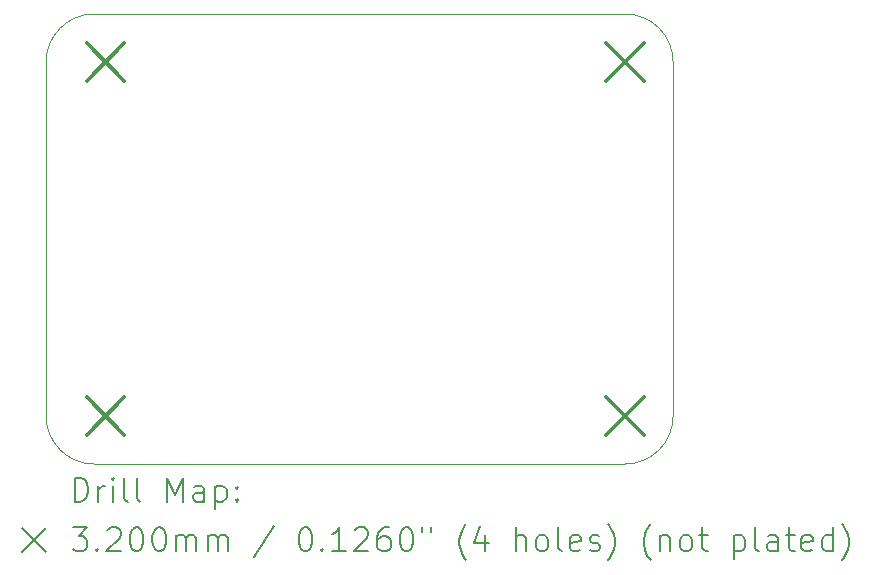
<source format=gbr>
%TF.GenerationSoftware,KiCad,Pcbnew,7.0.1*%
%TF.CreationDate,2023-07-05T13:56:53-05:00*%
%TF.ProjectId,shift in breakout board,73686966-7420-4696-9e20-627265616b6f,rev?*%
%TF.SameCoordinates,Original*%
%TF.FileFunction,Drillmap*%
%TF.FilePolarity,Positive*%
%FSLAX45Y45*%
G04 Gerber Fmt 4.5, Leading zero omitted, Abs format (unit mm)*
G04 Created by KiCad (PCBNEW 7.0.1) date 2023-07-05 13:56:53*
%MOMM*%
%LPD*%
G01*
G04 APERTURE LIST*
%ADD10C,0.100000*%
%ADD11C,0.200000*%
%ADD12C,0.320000*%
G04 APERTURE END LIST*
D10*
X15646400Y-9144000D02*
X20142200Y-9144000D01*
X20142200Y-5334000D02*
X15646400Y-5334000D01*
X15240000Y-8737600D02*
G75*
G03*
X15646400Y-9144000I406400J0D01*
G01*
X20142200Y-9144000D02*
G75*
G03*
X20548600Y-8737600I0J406400D01*
G01*
X15240000Y-5740400D02*
X15240000Y-8737600D01*
X15646400Y-5334000D02*
G75*
G03*
X15240000Y-5740400I0J-406400D01*
G01*
X20548600Y-5740400D02*
G75*
G03*
X20142200Y-5334000I-406400J0D01*
G01*
X20548600Y-8737600D02*
X20548600Y-5740400D01*
D11*
D12*
X15582200Y-5577600D02*
X15902200Y-5897600D01*
X15902200Y-5577600D02*
X15582200Y-5897600D01*
X15582200Y-8577600D02*
X15902200Y-8897600D01*
X15902200Y-8577600D02*
X15582200Y-8897600D01*
X19982200Y-5577600D02*
X20302200Y-5897600D01*
X20302200Y-5577600D02*
X19982200Y-5897600D01*
X19982200Y-8577600D02*
X20302200Y-8897600D01*
X20302200Y-8577600D02*
X19982200Y-8897600D01*
D11*
X15482619Y-9461524D02*
X15482619Y-9261524D01*
X15482619Y-9261524D02*
X15530238Y-9261524D01*
X15530238Y-9261524D02*
X15558809Y-9271048D01*
X15558809Y-9271048D02*
X15577857Y-9290095D01*
X15577857Y-9290095D02*
X15587381Y-9309143D01*
X15587381Y-9309143D02*
X15596905Y-9347238D01*
X15596905Y-9347238D02*
X15596905Y-9375810D01*
X15596905Y-9375810D02*
X15587381Y-9413905D01*
X15587381Y-9413905D02*
X15577857Y-9432952D01*
X15577857Y-9432952D02*
X15558809Y-9452000D01*
X15558809Y-9452000D02*
X15530238Y-9461524D01*
X15530238Y-9461524D02*
X15482619Y-9461524D01*
X15682619Y-9461524D02*
X15682619Y-9328190D01*
X15682619Y-9366286D02*
X15692143Y-9347238D01*
X15692143Y-9347238D02*
X15701667Y-9337714D01*
X15701667Y-9337714D02*
X15720714Y-9328190D01*
X15720714Y-9328190D02*
X15739762Y-9328190D01*
X15806428Y-9461524D02*
X15806428Y-9328190D01*
X15806428Y-9261524D02*
X15796905Y-9271048D01*
X15796905Y-9271048D02*
X15806428Y-9280571D01*
X15806428Y-9280571D02*
X15815952Y-9271048D01*
X15815952Y-9271048D02*
X15806428Y-9261524D01*
X15806428Y-9261524D02*
X15806428Y-9280571D01*
X15930238Y-9461524D02*
X15911190Y-9452000D01*
X15911190Y-9452000D02*
X15901667Y-9432952D01*
X15901667Y-9432952D02*
X15901667Y-9261524D01*
X16035000Y-9461524D02*
X16015952Y-9452000D01*
X16015952Y-9452000D02*
X16006428Y-9432952D01*
X16006428Y-9432952D02*
X16006428Y-9261524D01*
X16263571Y-9461524D02*
X16263571Y-9261524D01*
X16263571Y-9261524D02*
X16330238Y-9404381D01*
X16330238Y-9404381D02*
X16396905Y-9261524D01*
X16396905Y-9261524D02*
X16396905Y-9461524D01*
X16577857Y-9461524D02*
X16577857Y-9356762D01*
X16577857Y-9356762D02*
X16568333Y-9337714D01*
X16568333Y-9337714D02*
X16549286Y-9328190D01*
X16549286Y-9328190D02*
X16511190Y-9328190D01*
X16511190Y-9328190D02*
X16492143Y-9337714D01*
X16577857Y-9452000D02*
X16558809Y-9461524D01*
X16558809Y-9461524D02*
X16511190Y-9461524D01*
X16511190Y-9461524D02*
X16492143Y-9452000D01*
X16492143Y-9452000D02*
X16482619Y-9432952D01*
X16482619Y-9432952D02*
X16482619Y-9413905D01*
X16482619Y-9413905D02*
X16492143Y-9394857D01*
X16492143Y-9394857D02*
X16511190Y-9385333D01*
X16511190Y-9385333D02*
X16558809Y-9385333D01*
X16558809Y-9385333D02*
X16577857Y-9375810D01*
X16673095Y-9328190D02*
X16673095Y-9528190D01*
X16673095Y-9337714D02*
X16692143Y-9328190D01*
X16692143Y-9328190D02*
X16730238Y-9328190D01*
X16730238Y-9328190D02*
X16749286Y-9337714D01*
X16749286Y-9337714D02*
X16758809Y-9347238D01*
X16758809Y-9347238D02*
X16768333Y-9366286D01*
X16768333Y-9366286D02*
X16768333Y-9423429D01*
X16768333Y-9423429D02*
X16758809Y-9442476D01*
X16758809Y-9442476D02*
X16749286Y-9452000D01*
X16749286Y-9452000D02*
X16730238Y-9461524D01*
X16730238Y-9461524D02*
X16692143Y-9461524D01*
X16692143Y-9461524D02*
X16673095Y-9452000D01*
X16854048Y-9442476D02*
X16863571Y-9452000D01*
X16863571Y-9452000D02*
X16854048Y-9461524D01*
X16854048Y-9461524D02*
X16844524Y-9452000D01*
X16844524Y-9452000D02*
X16854048Y-9442476D01*
X16854048Y-9442476D02*
X16854048Y-9461524D01*
X16854048Y-9337714D02*
X16863571Y-9347238D01*
X16863571Y-9347238D02*
X16854048Y-9356762D01*
X16854048Y-9356762D02*
X16844524Y-9347238D01*
X16844524Y-9347238D02*
X16854048Y-9337714D01*
X16854048Y-9337714D02*
X16854048Y-9356762D01*
X15035000Y-9689000D02*
X15235000Y-9889000D01*
X15235000Y-9689000D02*
X15035000Y-9889000D01*
X15463571Y-9681524D02*
X15587381Y-9681524D01*
X15587381Y-9681524D02*
X15520714Y-9757714D01*
X15520714Y-9757714D02*
X15549286Y-9757714D01*
X15549286Y-9757714D02*
X15568333Y-9767238D01*
X15568333Y-9767238D02*
X15577857Y-9776762D01*
X15577857Y-9776762D02*
X15587381Y-9795810D01*
X15587381Y-9795810D02*
X15587381Y-9843429D01*
X15587381Y-9843429D02*
X15577857Y-9862476D01*
X15577857Y-9862476D02*
X15568333Y-9872000D01*
X15568333Y-9872000D02*
X15549286Y-9881524D01*
X15549286Y-9881524D02*
X15492143Y-9881524D01*
X15492143Y-9881524D02*
X15473095Y-9872000D01*
X15473095Y-9872000D02*
X15463571Y-9862476D01*
X15673095Y-9862476D02*
X15682619Y-9872000D01*
X15682619Y-9872000D02*
X15673095Y-9881524D01*
X15673095Y-9881524D02*
X15663571Y-9872000D01*
X15663571Y-9872000D02*
X15673095Y-9862476D01*
X15673095Y-9862476D02*
X15673095Y-9881524D01*
X15758809Y-9700571D02*
X15768333Y-9691048D01*
X15768333Y-9691048D02*
X15787381Y-9681524D01*
X15787381Y-9681524D02*
X15835000Y-9681524D01*
X15835000Y-9681524D02*
X15854048Y-9691048D01*
X15854048Y-9691048D02*
X15863571Y-9700571D01*
X15863571Y-9700571D02*
X15873095Y-9719619D01*
X15873095Y-9719619D02*
X15873095Y-9738667D01*
X15873095Y-9738667D02*
X15863571Y-9767238D01*
X15863571Y-9767238D02*
X15749286Y-9881524D01*
X15749286Y-9881524D02*
X15873095Y-9881524D01*
X15996905Y-9681524D02*
X16015952Y-9681524D01*
X16015952Y-9681524D02*
X16035000Y-9691048D01*
X16035000Y-9691048D02*
X16044524Y-9700571D01*
X16044524Y-9700571D02*
X16054048Y-9719619D01*
X16054048Y-9719619D02*
X16063571Y-9757714D01*
X16063571Y-9757714D02*
X16063571Y-9805333D01*
X16063571Y-9805333D02*
X16054048Y-9843429D01*
X16054048Y-9843429D02*
X16044524Y-9862476D01*
X16044524Y-9862476D02*
X16035000Y-9872000D01*
X16035000Y-9872000D02*
X16015952Y-9881524D01*
X16015952Y-9881524D02*
X15996905Y-9881524D01*
X15996905Y-9881524D02*
X15977857Y-9872000D01*
X15977857Y-9872000D02*
X15968333Y-9862476D01*
X15968333Y-9862476D02*
X15958809Y-9843429D01*
X15958809Y-9843429D02*
X15949286Y-9805333D01*
X15949286Y-9805333D02*
X15949286Y-9757714D01*
X15949286Y-9757714D02*
X15958809Y-9719619D01*
X15958809Y-9719619D02*
X15968333Y-9700571D01*
X15968333Y-9700571D02*
X15977857Y-9691048D01*
X15977857Y-9691048D02*
X15996905Y-9681524D01*
X16187381Y-9681524D02*
X16206429Y-9681524D01*
X16206429Y-9681524D02*
X16225476Y-9691048D01*
X16225476Y-9691048D02*
X16235000Y-9700571D01*
X16235000Y-9700571D02*
X16244524Y-9719619D01*
X16244524Y-9719619D02*
X16254048Y-9757714D01*
X16254048Y-9757714D02*
X16254048Y-9805333D01*
X16254048Y-9805333D02*
X16244524Y-9843429D01*
X16244524Y-9843429D02*
X16235000Y-9862476D01*
X16235000Y-9862476D02*
X16225476Y-9872000D01*
X16225476Y-9872000D02*
X16206429Y-9881524D01*
X16206429Y-9881524D02*
X16187381Y-9881524D01*
X16187381Y-9881524D02*
X16168333Y-9872000D01*
X16168333Y-9872000D02*
X16158809Y-9862476D01*
X16158809Y-9862476D02*
X16149286Y-9843429D01*
X16149286Y-9843429D02*
X16139762Y-9805333D01*
X16139762Y-9805333D02*
X16139762Y-9757714D01*
X16139762Y-9757714D02*
X16149286Y-9719619D01*
X16149286Y-9719619D02*
X16158809Y-9700571D01*
X16158809Y-9700571D02*
X16168333Y-9691048D01*
X16168333Y-9691048D02*
X16187381Y-9681524D01*
X16339762Y-9881524D02*
X16339762Y-9748190D01*
X16339762Y-9767238D02*
X16349286Y-9757714D01*
X16349286Y-9757714D02*
X16368333Y-9748190D01*
X16368333Y-9748190D02*
X16396905Y-9748190D01*
X16396905Y-9748190D02*
X16415952Y-9757714D01*
X16415952Y-9757714D02*
X16425476Y-9776762D01*
X16425476Y-9776762D02*
X16425476Y-9881524D01*
X16425476Y-9776762D02*
X16435000Y-9757714D01*
X16435000Y-9757714D02*
X16454048Y-9748190D01*
X16454048Y-9748190D02*
X16482619Y-9748190D01*
X16482619Y-9748190D02*
X16501667Y-9757714D01*
X16501667Y-9757714D02*
X16511190Y-9776762D01*
X16511190Y-9776762D02*
X16511190Y-9881524D01*
X16606429Y-9881524D02*
X16606429Y-9748190D01*
X16606429Y-9767238D02*
X16615952Y-9757714D01*
X16615952Y-9757714D02*
X16635000Y-9748190D01*
X16635000Y-9748190D02*
X16663571Y-9748190D01*
X16663571Y-9748190D02*
X16682619Y-9757714D01*
X16682619Y-9757714D02*
X16692143Y-9776762D01*
X16692143Y-9776762D02*
X16692143Y-9881524D01*
X16692143Y-9776762D02*
X16701667Y-9757714D01*
X16701667Y-9757714D02*
X16720714Y-9748190D01*
X16720714Y-9748190D02*
X16749286Y-9748190D01*
X16749286Y-9748190D02*
X16768333Y-9757714D01*
X16768333Y-9757714D02*
X16777857Y-9776762D01*
X16777857Y-9776762D02*
X16777857Y-9881524D01*
X17168333Y-9672000D02*
X16996905Y-9929143D01*
X17425476Y-9681524D02*
X17444524Y-9681524D01*
X17444524Y-9681524D02*
X17463572Y-9691048D01*
X17463572Y-9691048D02*
X17473095Y-9700571D01*
X17473095Y-9700571D02*
X17482619Y-9719619D01*
X17482619Y-9719619D02*
X17492143Y-9757714D01*
X17492143Y-9757714D02*
X17492143Y-9805333D01*
X17492143Y-9805333D02*
X17482619Y-9843429D01*
X17482619Y-9843429D02*
X17473095Y-9862476D01*
X17473095Y-9862476D02*
X17463572Y-9872000D01*
X17463572Y-9872000D02*
X17444524Y-9881524D01*
X17444524Y-9881524D02*
X17425476Y-9881524D01*
X17425476Y-9881524D02*
X17406429Y-9872000D01*
X17406429Y-9872000D02*
X17396905Y-9862476D01*
X17396905Y-9862476D02*
X17387381Y-9843429D01*
X17387381Y-9843429D02*
X17377857Y-9805333D01*
X17377857Y-9805333D02*
X17377857Y-9757714D01*
X17377857Y-9757714D02*
X17387381Y-9719619D01*
X17387381Y-9719619D02*
X17396905Y-9700571D01*
X17396905Y-9700571D02*
X17406429Y-9691048D01*
X17406429Y-9691048D02*
X17425476Y-9681524D01*
X17577857Y-9862476D02*
X17587381Y-9872000D01*
X17587381Y-9872000D02*
X17577857Y-9881524D01*
X17577857Y-9881524D02*
X17568334Y-9872000D01*
X17568334Y-9872000D02*
X17577857Y-9862476D01*
X17577857Y-9862476D02*
X17577857Y-9881524D01*
X17777857Y-9881524D02*
X17663572Y-9881524D01*
X17720714Y-9881524D02*
X17720714Y-9681524D01*
X17720714Y-9681524D02*
X17701667Y-9710095D01*
X17701667Y-9710095D02*
X17682619Y-9729143D01*
X17682619Y-9729143D02*
X17663572Y-9738667D01*
X17854048Y-9700571D02*
X17863572Y-9691048D01*
X17863572Y-9691048D02*
X17882619Y-9681524D01*
X17882619Y-9681524D02*
X17930238Y-9681524D01*
X17930238Y-9681524D02*
X17949286Y-9691048D01*
X17949286Y-9691048D02*
X17958810Y-9700571D01*
X17958810Y-9700571D02*
X17968334Y-9719619D01*
X17968334Y-9719619D02*
X17968334Y-9738667D01*
X17968334Y-9738667D02*
X17958810Y-9767238D01*
X17958810Y-9767238D02*
X17844524Y-9881524D01*
X17844524Y-9881524D02*
X17968334Y-9881524D01*
X18139762Y-9681524D02*
X18101667Y-9681524D01*
X18101667Y-9681524D02*
X18082619Y-9691048D01*
X18082619Y-9691048D02*
X18073095Y-9700571D01*
X18073095Y-9700571D02*
X18054048Y-9729143D01*
X18054048Y-9729143D02*
X18044524Y-9767238D01*
X18044524Y-9767238D02*
X18044524Y-9843429D01*
X18044524Y-9843429D02*
X18054048Y-9862476D01*
X18054048Y-9862476D02*
X18063572Y-9872000D01*
X18063572Y-9872000D02*
X18082619Y-9881524D01*
X18082619Y-9881524D02*
X18120715Y-9881524D01*
X18120715Y-9881524D02*
X18139762Y-9872000D01*
X18139762Y-9872000D02*
X18149286Y-9862476D01*
X18149286Y-9862476D02*
X18158810Y-9843429D01*
X18158810Y-9843429D02*
X18158810Y-9795810D01*
X18158810Y-9795810D02*
X18149286Y-9776762D01*
X18149286Y-9776762D02*
X18139762Y-9767238D01*
X18139762Y-9767238D02*
X18120715Y-9757714D01*
X18120715Y-9757714D02*
X18082619Y-9757714D01*
X18082619Y-9757714D02*
X18063572Y-9767238D01*
X18063572Y-9767238D02*
X18054048Y-9776762D01*
X18054048Y-9776762D02*
X18044524Y-9795810D01*
X18282619Y-9681524D02*
X18301667Y-9681524D01*
X18301667Y-9681524D02*
X18320715Y-9691048D01*
X18320715Y-9691048D02*
X18330238Y-9700571D01*
X18330238Y-9700571D02*
X18339762Y-9719619D01*
X18339762Y-9719619D02*
X18349286Y-9757714D01*
X18349286Y-9757714D02*
X18349286Y-9805333D01*
X18349286Y-9805333D02*
X18339762Y-9843429D01*
X18339762Y-9843429D02*
X18330238Y-9862476D01*
X18330238Y-9862476D02*
X18320715Y-9872000D01*
X18320715Y-9872000D02*
X18301667Y-9881524D01*
X18301667Y-9881524D02*
X18282619Y-9881524D01*
X18282619Y-9881524D02*
X18263572Y-9872000D01*
X18263572Y-9872000D02*
X18254048Y-9862476D01*
X18254048Y-9862476D02*
X18244524Y-9843429D01*
X18244524Y-9843429D02*
X18235000Y-9805333D01*
X18235000Y-9805333D02*
X18235000Y-9757714D01*
X18235000Y-9757714D02*
X18244524Y-9719619D01*
X18244524Y-9719619D02*
X18254048Y-9700571D01*
X18254048Y-9700571D02*
X18263572Y-9691048D01*
X18263572Y-9691048D02*
X18282619Y-9681524D01*
X18425476Y-9681524D02*
X18425476Y-9719619D01*
X18501667Y-9681524D02*
X18501667Y-9719619D01*
X18796905Y-9957714D02*
X18787381Y-9948190D01*
X18787381Y-9948190D02*
X18768334Y-9919619D01*
X18768334Y-9919619D02*
X18758810Y-9900571D01*
X18758810Y-9900571D02*
X18749286Y-9872000D01*
X18749286Y-9872000D02*
X18739762Y-9824381D01*
X18739762Y-9824381D02*
X18739762Y-9786286D01*
X18739762Y-9786286D02*
X18749286Y-9738667D01*
X18749286Y-9738667D02*
X18758810Y-9710095D01*
X18758810Y-9710095D02*
X18768334Y-9691048D01*
X18768334Y-9691048D02*
X18787381Y-9662476D01*
X18787381Y-9662476D02*
X18796905Y-9652952D01*
X18958810Y-9748190D02*
X18958810Y-9881524D01*
X18911191Y-9672000D02*
X18863572Y-9814857D01*
X18863572Y-9814857D02*
X18987381Y-9814857D01*
X19215953Y-9881524D02*
X19215953Y-9681524D01*
X19301667Y-9881524D02*
X19301667Y-9776762D01*
X19301667Y-9776762D02*
X19292143Y-9757714D01*
X19292143Y-9757714D02*
X19273096Y-9748190D01*
X19273096Y-9748190D02*
X19244524Y-9748190D01*
X19244524Y-9748190D02*
X19225477Y-9757714D01*
X19225477Y-9757714D02*
X19215953Y-9767238D01*
X19425477Y-9881524D02*
X19406429Y-9872000D01*
X19406429Y-9872000D02*
X19396905Y-9862476D01*
X19396905Y-9862476D02*
X19387381Y-9843429D01*
X19387381Y-9843429D02*
X19387381Y-9786286D01*
X19387381Y-9786286D02*
X19396905Y-9767238D01*
X19396905Y-9767238D02*
X19406429Y-9757714D01*
X19406429Y-9757714D02*
X19425477Y-9748190D01*
X19425477Y-9748190D02*
X19454048Y-9748190D01*
X19454048Y-9748190D02*
X19473096Y-9757714D01*
X19473096Y-9757714D02*
X19482619Y-9767238D01*
X19482619Y-9767238D02*
X19492143Y-9786286D01*
X19492143Y-9786286D02*
X19492143Y-9843429D01*
X19492143Y-9843429D02*
X19482619Y-9862476D01*
X19482619Y-9862476D02*
X19473096Y-9872000D01*
X19473096Y-9872000D02*
X19454048Y-9881524D01*
X19454048Y-9881524D02*
X19425477Y-9881524D01*
X19606429Y-9881524D02*
X19587381Y-9872000D01*
X19587381Y-9872000D02*
X19577858Y-9852952D01*
X19577858Y-9852952D02*
X19577858Y-9681524D01*
X19758810Y-9872000D02*
X19739762Y-9881524D01*
X19739762Y-9881524D02*
X19701667Y-9881524D01*
X19701667Y-9881524D02*
X19682619Y-9872000D01*
X19682619Y-9872000D02*
X19673096Y-9852952D01*
X19673096Y-9852952D02*
X19673096Y-9776762D01*
X19673096Y-9776762D02*
X19682619Y-9757714D01*
X19682619Y-9757714D02*
X19701667Y-9748190D01*
X19701667Y-9748190D02*
X19739762Y-9748190D01*
X19739762Y-9748190D02*
X19758810Y-9757714D01*
X19758810Y-9757714D02*
X19768334Y-9776762D01*
X19768334Y-9776762D02*
X19768334Y-9795810D01*
X19768334Y-9795810D02*
X19673096Y-9814857D01*
X19844524Y-9872000D02*
X19863572Y-9881524D01*
X19863572Y-9881524D02*
X19901667Y-9881524D01*
X19901667Y-9881524D02*
X19920715Y-9872000D01*
X19920715Y-9872000D02*
X19930239Y-9852952D01*
X19930239Y-9852952D02*
X19930239Y-9843429D01*
X19930239Y-9843429D02*
X19920715Y-9824381D01*
X19920715Y-9824381D02*
X19901667Y-9814857D01*
X19901667Y-9814857D02*
X19873096Y-9814857D01*
X19873096Y-9814857D02*
X19854048Y-9805333D01*
X19854048Y-9805333D02*
X19844524Y-9786286D01*
X19844524Y-9786286D02*
X19844524Y-9776762D01*
X19844524Y-9776762D02*
X19854048Y-9757714D01*
X19854048Y-9757714D02*
X19873096Y-9748190D01*
X19873096Y-9748190D02*
X19901667Y-9748190D01*
X19901667Y-9748190D02*
X19920715Y-9757714D01*
X19996905Y-9957714D02*
X20006429Y-9948190D01*
X20006429Y-9948190D02*
X20025477Y-9919619D01*
X20025477Y-9919619D02*
X20035000Y-9900571D01*
X20035000Y-9900571D02*
X20044524Y-9872000D01*
X20044524Y-9872000D02*
X20054048Y-9824381D01*
X20054048Y-9824381D02*
X20054048Y-9786286D01*
X20054048Y-9786286D02*
X20044524Y-9738667D01*
X20044524Y-9738667D02*
X20035000Y-9710095D01*
X20035000Y-9710095D02*
X20025477Y-9691048D01*
X20025477Y-9691048D02*
X20006429Y-9662476D01*
X20006429Y-9662476D02*
X19996905Y-9652952D01*
X20358810Y-9957714D02*
X20349286Y-9948190D01*
X20349286Y-9948190D02*
X20330239Y-9919619D01*
X20330239Y-9919619D02*
X20320715Y-9900571D01*
X20320715Y-9900571D02*
X20311191Y-9872000D01*
X20311191Y-9872000D02*
X20301667Y-9824381D01*
X20301667Y-9824381D02*
X20301667Y-9786286D01*
X20301667Y-9786286D02*
X20311191Y-9738667D01*
X20311191Y-9738667D02*
X20320715Y-9710095D01*
X20320715Y-9710095D02*
X20330239Y-9691048D01*
X20330239Y-9691048D02*
X20349286Y-9662476D01*
X20349286Y-9662476D02*
X20358810Y-9652952D01*
X20435000Y-9748190D02*
X20435000Y-9881524D01*
X20435000Y-9767238D02*
X20444524Y-9757714D01*
X20444524Y-9757714D02*
X20463572Y-9748190D01*
X20463572Y-9748190D02*
X20492143Y-9748190D01*
X20492143Y-9748190D02*
X20511191Y-9757714D01*
X20511191Y-9757714D02*
X20520715Y-9776762D01*
X20520715Y-9776762D02*
X20520715Y-9881524D01*
X20644524Y-9881524D02*
X20625477Y-9872000D01*
X20625477Y-9872000D02*
X20615953Y-9862476D01*
X20615953Y-9862476D02*
X20606429Y-9843429D01*
X20606429Y-9843429D02*
X20606429Y-9786286D01*
X20606429Y-9786286D02*
X20615953Y-9767238D01*
X20615953Y-9767238D02*
X20625477Y-9757714D01*
X20625477Y-9757714D02*
X20644524Y-9748190D01*
X20644524Y-9748190D02*
X20673096Y-9748190D01*
X20673096Y-9748190D02*
X20692143Y-9757714D01*
X20692143Y-9757714D02*
X20701667Y-9767238D01*
X20701667Y-9767238D02*
X20711191Y-9786286D01*
X20711191Y-9786286D02*
X20711191Y-9843429D01*
X20711191Y-9843429D02*
X20701667Y-9862476D01*
X20701667Y-9862476D02*
X20692143Y-9872000D01*
X20692143Y-9872000D02*
X20673096Y-9881524D01*
X20673096Y-9881524D02*
X20644524Y-9881524D01*
X20768334Y-9748190D02*
X20844524Y-9748190D01*
X20796905Y-9681524D02*
X20796905Y-9852952D01*
X20796905Y-9852952D02*
X20806429Y-9872000D01*
X20806429Y-9872000D02*
X20825477Y-9881524D01*
X20825477Y-9881524D02*
X20844524Y-9881524D01*
X21063572Y-9748190D02*
X21063572Y-9948190D01*
X21063572Y-9757714D02*
X21082620Y-9748190D01*
X21082620Y-9748190D02*
X21120715Y-9748190D01*
X21120715Y-9748190D02*
X21139762Y-9757714D01*
X21139762Y-9757714D02*
X21149286Y-9767238D01*
X21149286Y-9767238D02*
X21158810Y-9786286D01*
X21158810Y-9786286D02*
X21158810Y-9843429D01*
X21158810Y-9843429D02*
X21149286Y-9862476D01*
X21149286Y-9862476D02*
X21139762Y-9872000D01*
X21139762Y-9872000D02*
X21120715Y-9881524D01*
X21120715Y-9881524D02*
X21082620Y-9881524D01*
X21082620Y-9881524D02*
X21063572Y-9872000D01*
X21273096Y-9881524D02*
X21254048Y-9872000D01*
X21254048Y-9872000D02*
X21244524Y-9852952D01*
X21244524Y-9852952D02*
X21244524Y-9681524D01*
X21435001Y-9881524D02*
X21435001Y-9776762D01*
X21435001Y-9776762D02*
X21425477Y-9757714D01*
X21425477Y-9757714D02*
X21406429Y-9748190D01*
X21406429Y-9748190D02*
X21368334Y-9748190D01*
X21368334Y-9748190D02*
X21349286Y-9757714D01*
X21435001Y-9872000D02*
X21415953Y-9881524D01*
X21415953Y-9881524D02*
X21368334Y-9881524D01*
X21368334Y-9881524D02*
X21349286Y-9872000D01*
X21349286Y-9872000D02*
X21339762Y-9852952D01*
X21339762Y-9852952D02*
X21339762Y-9833905D01*
X21339762Y-9833905D02*
X21349286Y-9814857D01*
X21349286Y-9814857D02*
X21368334Y-9805333D01*
X21368334Y-9805333D02*
X21415953Y-9805333D01*
X21415953Y-9805333D02*
X21435001Y-9795810D01*
X21501667Y-9748190D02*
X21577858Y-9748190D01*
X21530239Y-9681524D02*
X21530239Y-9852952D01*
X21530239Y-9852952D02*
X21539762Y-9872000D01*
X21539762Y-9872000D02*
X21558810Y-9881524D01*
X21558810Y-9881524D02*
X21577858Y-9881524D01*
X21720715Y-9872000D02*
X21701667Y-9881524D01*
X21701667Y-9881524D02*
X21663572Y-9881524D01*
X21663572Y-9881524D02*
X21644524Y-9872000D01*
X21644524Y-9872000D02*
X21635001Y-9852952D01*
X21635001Y-9852952D02*
X21635001Y-9776762D01*
X21635001Y-9776762D02*
X21644524Y-9757714D01*
X21644524Y-9757714D02*
X21663572Y-9748190D01*
X21663572Y-9748190D02*
X21701667Y-9748190D01*
X21701667Y-9748190D02*
X21720715Y-9757714D01*
X21720715Y-9757714D02*
X21730239Y-9776762D01*
X21730239Y-9776762D02*
X21730239Y-9795810D01*
X21730239Y-9795810D02*
X21635001Y-9814857D01*
X21901667Y-9881524D02*
X21901667Y-9681524D01*
X21901667Y-9872000D02*
X21882620Y-9881524D01*
X21882620Y-9881524D02*
X21844524Y-9881524D01*
X21844524Y-9881524D02*
X21825477Y-9872000D01*
X21825477Y-9872000D02*
X21815953Y-9862476D01*
X21815953Y-9862476D02*
X21806429Y-9843429D01*
X21806429Y-9843429D02*
X21806429Y-9786286D01*
X21806429Y-9786286D02*
X21815953Y-9767238D01*
X21815953Y-9767238D02*
X21825477Y-9757714D01*
X21825477Y-9757714D02*
X21844524Y-9748190D01*
X21844524Y-9748190D02*
X21882620Y-9748190D01*
X21882620Y-9748190D02*
X21901667Y-9757714D01*
X21977858Y-9957714D02*
X21987382Y-9948190D01*
X21987382Y-9948190D02*
X22006429Y-9919619D01*
X22006429Y-9919619D02*
X22015953Y-9900571D01*
X22015953Y-9900571D02*
X22025477Y-9872000D01*
X22025477Y-9872000D02*
X22035001Y-9824381D01*
X22035001Y-9824381D02*
X22035001Y-9786286D01*
X22035001Y-9786286D02*
X22025477Y-9738667D01*
X22025477Y-9738667D02*
X22015953Y-9710095D01*
X22015953Y-9710095D02*
X22006429Y-9691048D01*
X22006429Y-9691048D02*
X21987382Y-9662476D01*
X21987382Y-9662476D02*
X21977858Y-9652952D01*
M02*

</source>
